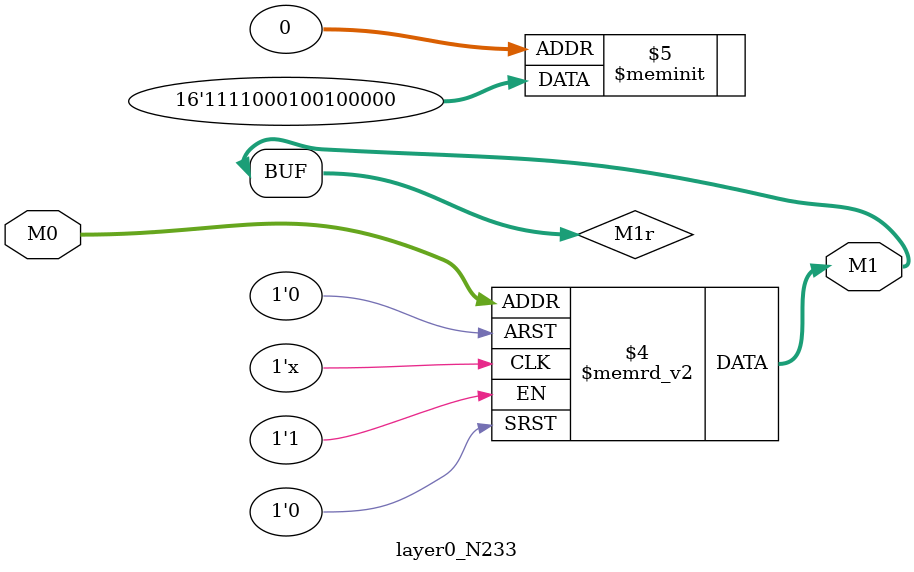
<source format=v>
module layer0_N233 ( input [2:0] M0, output [1:0] M1 );

	(*rom_style = "distributed" *) reg [1:0] M1r;
	assign M1 = M1r;
	always @ (M0) begin
		case (M0)
			3'b000: M1r = 2'b00;
			3'b100: M1r = 2'b01;
			3'b010: M1r = 2'b10;
			3'b110: M1r = 2'b11;
			3'b001: M1r = 2'b00;
			3'b101: M1r = 2'b00;
			3'b011: M1r = 2'b00;
			3'b111: M1r = 2'b11;

		endcase
	end
endmodule

</source>
